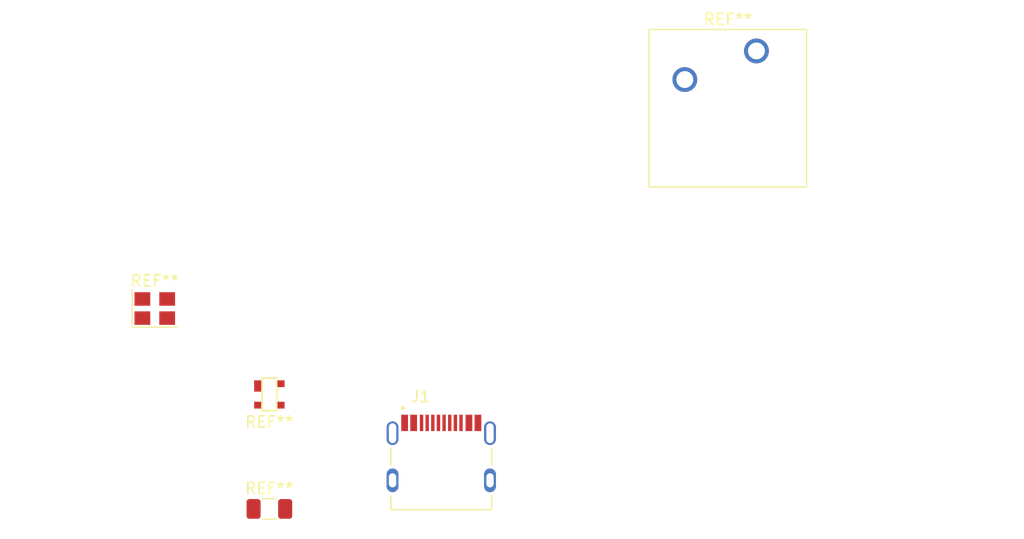
<source format=kicad_pcb>
(kicad_pcb (version 20211014) (generator pcbnew)
  (layers (0 "F.Cu" signal) (31 "B.Cu" signal) (34 "B.Paste" user) (35 "F.Paste" user) (36 "B.SilkS" user "B.Silkscreen") (37 "F.SilkS" user "F.Silkscreen") (38 "B.Mask" user) (39 "F.Mask" user) (44 "Edge.Cuts" user))
  (net 0 "")
  (net 13 "Net-(J1-PadS1)")
  (footprint "Keyboard Component:HRO_TYPE-C-31-M-12" (layer "F.Cu") (at 91.44 86.36)
    (fp_text reference "J1" (at -1.825 -7.435) (layer "F.SilkS"))
    (fp_text value "TYPE-C-31-M-12")
    (fp_line (start 4.47 1.37) (end 4.47 2.6) (layer "F.SilkS") (width 0.127))
    (fp_line (start -4.47 2.6) (end -4.47 1.37) (layer "F.SilkS") (width 0.127))
    (fp_line (start 4.47 -2.81) (end 4.47 -1.37) (layer "F.SilkS") (width 0.127))
    (fp_line (start -4.47 -2.81) (end -4.47 -1.37) (layer "F.SilkS") (width 0.127))
    (fp_line (start 4.47 2.6) (end -4.47 2.6) (layer "F.SilkS") (width 0.127))
    (fp_circle (center -3.4 -6.4) (end -3.3 -6.4) (layer "F.SilkS") (width 0.2) (fill none))
    (pad "" np_thru_hole circle locked (at -2.89 -3.65) (size 0.7 0.7) (drill 0.7) (layers *.Cu *.Mask))
    (pad "" np_thru_hole circle locked (at 2.89 -3.65) (size 0.7 0.7) (drill 0.7) (layers *.Cu *.Mask))
    (pad "A1B12" smd rect locked (at -3.25 -5.095) (size 0.6 1.45) (layers "F.Cu" "F.Paste" "F.Mask"))
    (pad "A4B9" smd rect locked (at -2.45 -5.095) (size 0.6 1.45) (layers "F.Cu" "F.Paste" "F.Mask"))
    (pad "A5" smd rect locked (at -1.25 -5.095) (size 0.3 1.45) (layers "F.Cu" "F.Paste" "F.Mask"))
    (pad "A6" smd rect locked (at -0.25 -5.095) (size 0.3 1.45) (layers "F.Cu" "F.Paste" "F.Mask"))
    (pad "A7" smd rect locked (at 0.25 -5.095) (size 0.3 1.45) (layers "F.Cu" "F.Paste" "F.Mask"))
    (pad "A8" smd rect locked (at 1.25 -5.095) (size 0.3 1.45) (layers "F.Cu" "F.Paste" "F.Mask"))
    (pad "B1A12" smd rect locked (at 3.25 -5.095) (size 0.6 1.45) (layers "F.Cu" "F.Paste" "F.Mask"))
    (pad "B4A9" smd rect locked (at 2.45 -5.095) (size 0.6 1.45) (layers "F.Cu" "F.Paste" "F.Mask"))
    (pad "B5" smd rect locked (at 1.75 -5.095) (size 0.3 1.45) (layers "F.Cu" "F.Paste" "F.Mask"))
    (pad "B6" smd rect locked (at 0.75 -5.095) (size 0.3 1.45) (layers "F.Cu" "F.Paste" "F.Mask"))
    (pad "B7" smd rect locked (at -0.75 -5.095) (size 0.3 1.45) (layers "F.Cu" "F.Paste" "F.Mask"))
    (pad "B8" smd rect locked (at -1.75 -5.095) (size 0.3 1.45) (layers "F.Cu" "F.Paste" "F.Mask"))
    (pad "S1" thru_hole oval locked (at -4.32 -4.18) (size 1.05 2.1) (drill oval 0.65 1.75) (layers *.Cu *.Mask) (net 13 "Net-(J1-PadS1)"))
    (pad "S2" thru_hole oval locked (at 4.32 -4.18) (size 1.05 2.1) (drill oval 0.65 1.75) (layers *.Cu *.Mask) (net 13 "Net-(J1-PadS1)"))
    (pad "S3" thru_hole oval locked (at -4.32 0) (size 1.05 2.1) (drill oval 0.65 1.25) (layers *.Cu *.Mask) (net 13 "Net-(J1-PadS1)"))
    (pad "S4" thru_hole oval locked (at 4.32 0) (size 1.05 2.1) (drill oval 0.65 1.25) (layers *.Cu *.Mask) (net 13 "Net-(J1-PadS1)"))
  )
  (footprint "Fuse:Fuse_1206_3216Metric" (layer "F.Cu") (at 76.2 88.9)
    (fp_text reference "REF**" (at 0 -1.82) (layer "F.SilkS"))
    (fp_text value "Fuse_1206_3216Metric")
    (fp_line (start -0.602064 0.91) (end 0.602064 0.91) (layer "F.SilkS") (width 0.12))
    (fp_line (start -0.602064 -0.91) (end 0.602064 -0.91) (layer "F.SilkS") (width 0.12))
    (pad "1" smd roundrect (at -1.4 0) (size 1.25 1.75) (layers "F.Cu" "F.Paste" "F.Mask") (roundrect_rratio 0.2))
    (pad "2" smd roundrect (at 1.4 0) (size 1.25 1.75) (layers "F.Cu" "F.Paste" "F.Mask") (roundrect_rratio 0.2))
  )
  (footprint "Crystal:Crystal_SMD_3225-4Pin_3.2x2.5mm" (layer "F.Cu") (at 66.04 71.12)
    (fp_text reference "REF**" (at 0 -2.45) (layer "F.SilkS"))
    (fp_text value "Crystal_SMD_3225-4Pin_3.2x2.5mm")
    (fp_line (start -2 1.65) (end 2 1.65) (layer "F.SilkS") (width 0.12))
    (fp_line (start -2 -1.65) (end -2 1.65) (layer "F.SilkS") (width 0.12))
    (pad "1" smd rect (at -1.1 0.85) (size 1.4 1.2) (layers "F.Cu" "F.Paste" "F.Mask"))
    (pad "2" smd rect (at 1.1 0.85) (size 1.4 1.2) (layers "F.Cu" "F.Paste" "F.Mask"))
    (pad "3" smd rect (at 1.1 -0.85) (size 1.4 1.2) (layers "F.Cu" "F.Paste" "F.Mask"))
    (pad "4" smd rect (at -1.1 -0.85) (size 1.4 1.2) (layers "F.Cu" "F.Paste" "F.Mask"))
  )
  (footprint "Button_Switch_Keyboard:SW_Cherry_MX_2.75u_PCB" (layer "F.Cu") (at 119.38 48.26)
    (fp_text reference "REF**" (at -2.54 -2.794) (layer "F.SilkS"))
    (fp_text value "SW_Cherry_MX_2.75u_PCB")
    (fp_line (start 4.445 -1.905) (end 4.445 12.065) (layer "F.SilkS") (width 0.12))
    (fp_line (start -9.525 -1.905) (end 4.445 -1.905) (layer "F.SilkS") (width 0.12))
    (fp_line (start -9.525 12.065) (end -9.525 -1.905) (layer "F.SilkS") (width 0.12))
    (fp_line (start 4.445 12.065) (end -9.525 12.065) (layer "F.SilkS") (width 0.12))
    (pad "" np_thru_hole circle (at 2.54 5.08) (size 1.7 1.7) (drill 1.7) (layers *.Cu *.Mask))
    (pad "" np_thru_hole circle (at -14.44 -1.92) (size 3.05 3.05) (drill 3.05) (layers *.Cu *.Mask))
    (pad "" np_thru_hole circle (at -2.54 5.08) (size 4 4) (drill 4) (layers *.Cu *.Mask))
    (pad "" np_thru_hole circle (at 9.36 13.32) (size 4 4) (drill 4) (layers *.Cu *.Mask))
    (pad "" np_thru_hole circle (at 9.36 -1.92) (size 3.05 3.05) (drill 3.05) (layers *.Cu *.Mask))
    (pad "" np_thru_hole circle (at -14.44 13.32) (size 4 4) (drill 4) (layers *.Cu *.Mask))
    (pad "" np_thru_hole circle (at -7.62 5.08) (size 1.7 1.7) (drill 1.7) (layers *.Cu *.Mask))
    (pad "1" thru_hole circle (at 0 0) (size 2.2 2.2) (drill 1.5) (layers *.Cu *.Mask))
    (pad "2" thru_hole circle (at -6.35 2.54) (size 2.2 2.2) (drill 1.5) (layers *.Cu *.Mask))
  )
  (footprint "random-keyboard-parts:SOT143B" (layer "F.Cu") (at 76.2 78.74)
    (fp_text reference "REF**" (at 0 2.45) (layer "F.SilkS"))
    (fp_text value "SOT143B")
    (fp_line (start -0.65 1.45) (end 0.65 1.45) (layer "F.SilkS") (width 0.15))
    (fp_line (start 0.65 -1.45) (end 0.65 1.45) (layer "F.SilkS") (width 0.15))
    (fp_line (start 0.65 -1.45) (end -0.65 -1.45) (layer "F.SilkS") (width 0.15))
    (fp_line (start -0.65 -1.45) (end -0.65 1.45) (layer "F.SilkS") (width 0.15))
    (pad "1" smd rect locked (at -1 -0.75 270) (size 1 0.7) (layers "F.Cu" "F.Paste" "F.Mask"))
    (pad "2" smd rect locked (at -1 0.95 270) (size 0.6 0.7) (layers "F.Cu" "F.Paste" "F.Mask"))
    (pad "3" smd rect locked (at 1 0.95 270) (size 0.6 0.7) (layers "F.Cu" "F.Paste" "F.Mask"))
    (pad "4" smd rect locked (at 1 -0.95 270) (size 0.6 0.7) (layers "F.Cu" "F.Paste" "F.Mask"))
  )
)
</source>
